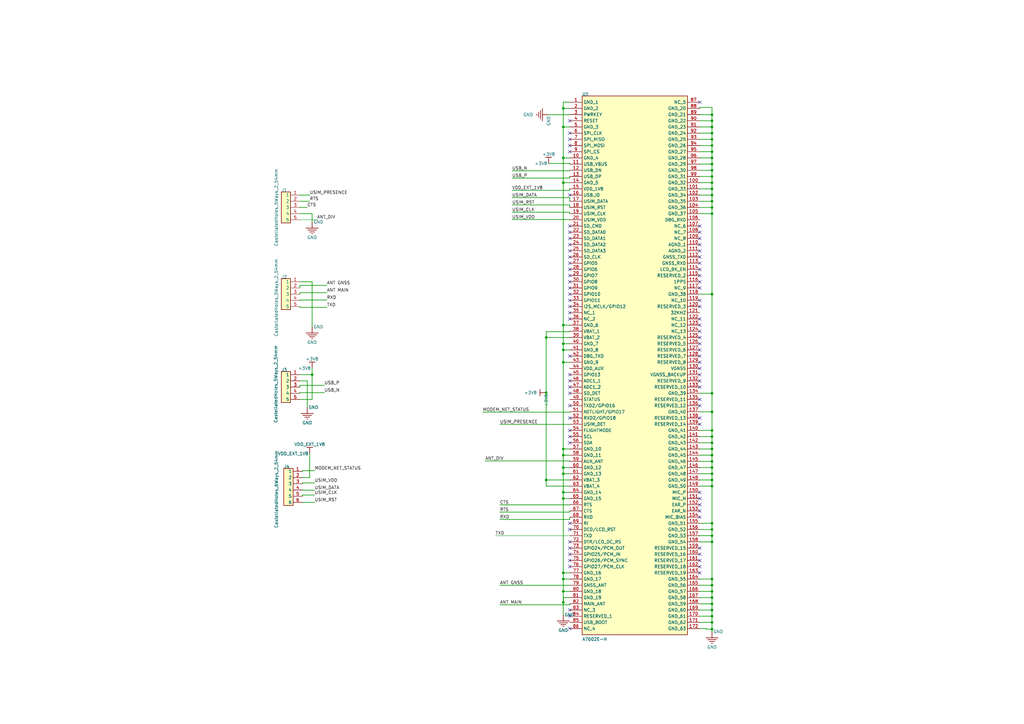
<source format=kicad_sch>
(kicad_sch (version 20231120) (generator "eeschema") (generator_version "8.0")
  (paper "A3")
  (lib_symbols
    (symbol "Movita Pro V2_1-altium-import:+3V8" (power)
      (property "Reference" "#PWR" (at 0 0 0))
      (property "Value" "+3V8" (at 0 3.81 0))
      (symbol "+3V8_0_0"
        (polyline (pts (xy -1.27 -2.54) (xy 1.27 -2.54)) (stroke (width 0.254)))
        (polyline (pts (xy 0 0) (xy 0 -2.54)) (stroke (width 0.254)))
        (pin power_in line (at 0 0 0) (length 0) (name "+3V8") (number ""))
      )
    )
    (symbol "Movita Pro V2_1-altium-import:GND" (power)
      (property "Reference" "#PWR" (at 0 0 0))
      (property "Value" "GND" (at 0 6.35 0))
      (symbol "GND_0_0"
        (polyline (pts (xy -2.54 -2.54) (xy 2.54 -2.54)) (stroke (width 0.254)))
        (polyline (pts (xy -1.778 -3.302) (xy 1.778 -3.302)) (stroke (width 0.254)))
        (polyline (pts (xy -1.016 -4.064) (xy 1.016 -4.064)) (stroke (width 0.254)))
        (polyline (pts (xy -0.254 -4.826) (xy 0.254 -4.826)) (stroke (width 0.254)))
        (polyline (pts (xy 0 0) (xy 0 -2.54)) (stroke (width 0.254)))
        (pin power_in line (at 0 0 0) (length 0) (name "GND") (number ""))
      )
    )
    (symbol "Movita Pro V2_1-altium-import:VDD_EXT_1V8" (power)
      (property "Reference" "#PWR" (at 0 0 0))
      (property "Value" "VDD_EXT_1V8" (at 0 3.81 0))
      (symbol "VDD_EXT_1V8_0_0"
        (polyline (pts (xy -1.27 -2.54) (xy 1.27 -2.54)) (stroke (width 0.254)))
        (polyline (pts (xy 0 0) (xy 0 -2.54)) (stroke (width 0.254)))
        (pin power_in line (at 0 0 0) (length 0) (name "VDD_EXT_1V8") (number ""))
      )
    )
    (symbol "Movita Pro V2_1-altium-import:root_0_A7602E-H"
      (symbol "root_0_A7602E-H_1_0"
        (rectangle (start 48.26 2.54) (end 5.08 -218.44) (stroke (width 0.254) (color 128 0 0 1)) (fill (type background)))
        (pin passive line (at 0 0 0) (length 5.08) (name "GND_1") (number "1"))
        (pin passive line (at 0 -22.86 0) (length 5.08) (name "GND_4") (number "10"))
        (pin passive line (at 53.34 -33.02 180) (length 5.08) (name "GND_32") (number "100"))
        (pin passive line (at 53.34 -35.56 180) (length 5.08) (name "GND_33") (number "101"))
        (pin passive line (at 53.34 -38.1 180) (length 5.08) (name "GND_34") (number "102"))
        (pin passive line (at 53.34 -40.64 180) (length 5.08) (name "GND_35") (number "103"))
        (pin passive line (at 53.34 -43.18 180) (length 5.08) (name "GND_36") (number "104"))
        (pin passive line (at 53.34 -45.72 180) (length 5.08) (name "GND_37") (number "105"))
        (pin passive line (at 53.34 -48.26 180) (length 5.08) (name "DBG_RXD") (number "106"))
        (pin passive line (at 53.34 -50.8 180) (length 5.08) (name "NC_6") (number "107"))
        (pin passive line (at 53.34 -53.34 180) (length 5.08) (name "NC_7") (number "108"))
        (pin passive line (at 53.34 -55.88 180) (length 5.08) (name "NC_8") (number "109"))
        (pin passive line (at 0 -25.4 0) (length 5.08) (name "USB_VBUS") (number "11"))
        (pin passive line (at 53.34 -58.42 180) (length 5.08) (name "AGND_1") (number "110"))
        (pin passive line (at 53.34 -60.96 180) (length 5.08) (name "AGND_2") (number "111"))
        (pin passive line (at 53.34 -63.5 180) (length 5.08) (name "GNSS_TXD") (number "112"))
        (pin passive line (at 53.34 -66.04 180) (length 5.08) (name "GNSS_RXD") (number "113"))
        (pin passive line (at 53.34 -68.58 180) (length 5.08) (name "LCD_BK_EN") (number "114"))
        (pin passive line (at 53.34 -71.12 180) (length 5.08) (name "RESERVED_2") (number "115"))
        (pin passive line (at 53.34 -73.66 180) (length 5.08) (name "1PPS") (number "116"))
        (pin passive line (at 53.34 -76.2 180) (length 5.08) (name "NC_9") (number "117"))
        (pin passive line (at 53.34 -78.74 180) (length 5.08) (name "GND_38") (number "118"))
        (pin passive line (at 53.34 -81.28 180) (length 5.08) (name "NC_10") (number "119"))
        (pin passive line (at 0 -27.94 0) (length 5.08) (name "USB_DN") (number "12"))
        (pin passive line (at 53.34 -83.82 180) (length 5.08) (name "RESERVED_3") (number "120"))
        (pin passive line (at 53.34 -86.36 180) (length 5.08) (name "32KHZ") (number "121"))
        (pin passive line (at 53.34 -88.9 180) (length 5.08) (name "NC_11") (number "122"))
        (pin passive line (at 53.34 -91.44 180) (length 5.08) (name "NC_12") (number "123"))
        (pin passive line (at 53.34 -93.98 180) (length 5.08) (name "NC_13") (number "124"))
        (pin passive line (at 53.34 -96.52 180) (length 5.08) (name "RESERVED_4") (number "125"))
        (pin passive line (at 53.34 -99.06 180) (length 5.08) (name "RESERVED_5") (number "126"))
        (pin passive line (at 53.34 -101.6 180) (length 5.08) (name "RESERVED_6") (number "127"))
        (pin passive line (at 53.34 -104.14 180) (length 5.08) (name "RESERVED_7") (number "128"))
        (pin passive line (at 53.34 -106.68 180) (length 5.08) (name "RESERVED_8") (number "129"))
        (pin passive line (at 0 -30.48 0) (length 5.08) (name "USB_DP") (number "13"))
        (pin passive line (at 53.34 -109.22 180) (length 5.08) (name "VGNSS") (number "130"))
        (pin passive line (at 53.34 -111.76 180) (length 5.08) (name "VGNSS_BACKUP") (number "131"))
        (pin passive line (at 53.34 -114.3 180) (length 5.08) (name "RESERVED_9") (number "132"))
        (pin passive line (at 53.34 -116.84 180) (length 5.08) (name "RESERVED_10") (number "133"))
        (pin passive line (at 53.34 -119.38 180) (length 5.08) (name "GND_39") (number "134"))
        (pin passive line (at 53.34 -121.92 180) (length 5.08) (name "RESERVED_11") (number "135"))
        (pin passive line (at 53.34 -124.46 180) (length 5.08) (name "RESERVED_12") (number "136"))
        (pin passive line (at 53.34 -127 180) (length 5.08) (name "GND_40") (number "137"))
        (pin passive line (at 53.34 -129.54 180) (length 5.08) (name "RESERVED_13") (number "138"))
        (pin passive line (at 53.34 -132.08 180) (length 5.08) (name "RESERVED_14") (number "139"))
        (pin passive line (at 0 -33.02 0) (length 5.08) (name "GND_5") (number "14"))
        (pin passive line (at 53.34 -134.62 180) (length 5.08) (name "GND_41") (number "140"))
        (pin passive line (at 53.34 -137.16 180) (length 5.08) (name "GND_42") (number "141"))
        (pin passive line (at 53.34 -139.7 180) (length 5.08) (name "GND_43") (number "142"))
        (pin passive line (at 53.34 -142.24 180) (length 5.08) (name "GND_44") (number "143"))
        (pin passive line (at 53.34 -144.78 180) (length 5.08) (name "GND_45") (number "144"))
        (pin passive line (at 53.34 -147.32 180) (length 5.08) (name "GND_46") (number "145"))
        (pin passive line (at 53.34 -149.86 180) (length 5.08) (name "GND_47") (number "146"))
        (pin passive line (at 53.34 -152.4 180) (length 5.08) (name "GND_48") (number "147"))
        (pin passive line (at 53.34 -154.94 180) (length 5.08) (name "GND_49") (number "148"))
        (pin passive line (at 53.34 -157.48 180) (length 5.08) (name "GND_50") (number "149"))
        (pin passive line (at 0 -35.56 0) (length 5.08) (name "VDD_1V8") (number "15"))
        (pin passive line (at 53.34 -160.02 180) (length 5.08) (name "MIC_P") (number "150"))
        (pin passive line (at 53.34 -162.56 180) (length 5.08) (name "MIC_N") (number "151"))
        (pin passive line (at 53.34 -165.1 180) (length 5.08) (name "EAR_P") (number "152"))
        (pin passive line (at 53.34 -167.64 180) (length 5.08) (name "EAR_N") (number "153"))
        (pin passive line (at 53.34 -170.18 180) (length 5.08) (name "MIC_BIAS") (number "154"))
        (pin passive line (at 53.34 -172.72 180) (length 5.08) (name "GND_51") (number "155"))
        (pin passive line (at 53.34 -175.26 180) (length 5.08) (name "GND_52") (number "156"))
        (pin passive line (at 53.34 -177.8 180) (length 5.08) (name "GND_53") (number "157"))
        (pin passive line (at 53.34 -180.34 180) (length 5.08) (name "GND_54") (number "158"))
        (pin passive line (at 53.34 -182.88 180) (length 5.08) (name "RESERVED_15") (number "159"))
        (pin passive line (at 0 -38.1 0) (length 5.08) (name "USB_ID") (number "16"))
        (pin passive line (at 53.34 -185.42 180) (length 5.08) (name "RESERVED_16") (number "160"))
        (pin passive line (at 53.34 -187.96 180) (length 5.08) (name "RESERVED_17") (number "161"))
        (pin passive line (at 53.34 -190.5 180) (length 5.08) (name "RESERVED_18") (number "162"))
        (pin passive line (at 53.34 -193.04 180) (length 5.08) (name "RESERVED_19") (number "163"))
        (pin passive line (at 53.34 -195.58 180) (length 5.08) (name "GND_55") (number "164"))
        (pin passive line (at 53.34 -198.12 180) (length 5.08) (name "GND_56") (number "165"))
        (pin passive line (at 53.34 -200.66 180) (length 5.08) (name "GND_57") (number "166"))
        (pin passive line (at 53.34 -203.2 180) (length 5.08) (name "GND_58") (number "167"))
        (pin passive line (at 53.34 -205.74 180) (length 5.08) (name "GND_59") (number "168"))
        (pin passive line (at 53.34 -208.28 180) (length 5.08) (name "GND_60") (number "169"))
        (pin passive line (at 0 -40.64 0) (length 5.08) (name "USIM_DATA") (number "17"))
        (pin passive line (at 53.34 -210.82 180) (length 5.08) (name "GND_61") (number "170"))
        (pin passive line (at 53.34 -213.36 180) (length 5.08) (name "GND_62") (number "171"))
        (pin passive line (at 53.34 -215.9 180) (length 5.08) (name "GND_63") (number "172"))
        (pin passive line (at 0 -43.18 0) (length 5.08) (name "USIM_RST") (number "18"))
        (pin passive line (at 0 -45.72 0) (length 5.08) (name "USIM_CLK") (number "19"))
        (pin passive line (at 0 -2.54 0) (length 5.08) (name "GND_2") (number "2"))
        (pin passive line (at 0 -48.26 0) (length 5.08) (name "USIM_VDD") (number "20"))
        (pin passive line (at 0 -50.8 0) (length 5.08) (name "SD_CMD") (number "21"))
        (pin passive line (at 0 -53.34 0) (length 5.08) (name "SD_DATA0") (number "22"))
        (pin passive line (at 0 -55.88 0) (length 5.08) (name "SD_DATA1") (number "23"))
        (pin passive line (at 0 -58.42 0) (length 5.08) (name "SD_DATA2") (number "24"))
        (pin passive line (at 0 -60.96 0) (length 5.08) (name "SD_DATA3") (number "25"))
        (pin passive line (at 0 -63.5 0) (length 5.08) (name "SD_CLK") (number "26"))
        (pin passive line (at 0 -66.04 0) (length 5.08) (name "GPIO5") (number "27"))
        (pin passive line (at 0 -68.58 0) (length 5.08) (name "GPIO6") (number "28"))
        (pin passive line (at 0 -71.12 0) (length 5.08) (name "GPIO7") (number "29"))
        (pin passive line (at 0 -5.08 0) (length 5.08) (name "PWRKEY") (number "3"))
        (pin passive line (at 0 -73.66 0) (length 5.08) (name "GPIO8") (number "30"))
        (pin passive line (at 0 -76.2 0) (length 5.08) (name "GPIO9") (number "31"))
        (pin passive line (at 0 -78.74 0) (length 5.08) (name "GPIO10") (number "32"))
        (pin passive line (at 0 -81.28 0) (length 5.08) (name "GPIO11") (number "33"))
        (pin passive line (at 0 -83.82 0) (length 5.08) (name "I2S_MCLK/GPIO12") (number "34"))
        (pin passive line (at 0 -86.36 0) (length 5.08) (name "NC_1") (number "35"))
        (pin passive line (at 0 -88.9 0) (length 5.08) (name "NC_2") (number "36"))
        (pin passive line (at 0 -91.44 0) (length 5.08) (name "GND_6") (number "37"))
        (pin passive line (at 0 -93.98 0) (length 5.08) (name "VBAT_1") (number "38"))
        (pin passive line (at 0 -96.52 0) (length 5.08) (name "VBAT_2") (number "39"))
        (pin passive line (at 0 -7.62 0) (length 5.08) (name "RESET") (number "4"))
        (pin passive line (at 0 -99.06 0) (length 5.08) (name "GND_7") (number "40"))
        (pin passive line (at 0 -101.6 0) (length 5.08) (name "GND_8") (number "41"))
        (pin passive line (at 0 -104.14 0) (length 5.08) (name "DBG_TXD") (number "42"))
        (pin passive line (at 0 -106.68 0) (length 5.08) (name "GND_9") (number "43"))
        (pin passive line (at 0 -109.22 0) (length 5.08) (name "VDD_AUX") (number "44"))
        (pin passive line (at 0 -111.76 0) (length 5.08) (name "GPIO13") (number "45"))
        (pin passive line (at 0 -114.3 0) (length 5.08) (name "ADC1_1") (number "46"))
        (pin passive line (at 0 -116.84 0) (length 5.08) (name "ADC1_2") (number "47"))
        (pin passive line (at 0 -119.38 0) (length 5.08) (name "SD_DET") (number "48"))
        (pin passive line (at 0 -121.92 0) (length 5.08) (name "STATUS") (number "49"))
        (pin passive line (at 0 -10.16 0) (length 5.08) (name "GND_3") (number "5"))
        (pin passive line (at 0 -124.46 0) (length 5.08) (name "TXD2/GPIO16") (number "50"))
        (pin passive line (at 0 -127 0) (length 5.08) (name "NETLIGHT/GPIO17") (number "51"))
        (pin passive line (at 0 -129.54 0) (length 5.08) (name "RXD2/GPIO18") (number "52"))
        (pin passive line (at 0 -132.08 0) (length 5.08) (name "USIM_DET") (number "53"))
        (pin passive line (at 0 -134.62 0) (length 5.08) (name "FLIGHTMODE") (number "54"))
        (pin passive line (at 0 -137.16 0) (length 5.08) (name "SCL") (number "55"))
        (pin passive line (at 0 -139.7 0) (length 5.08) (name "SDA") (number "56"))
        (pin passive line (at 0 -142.24 0) (length 5.08) (name "GND_10") (number "57"))
        (pin passive line (at 0 -144.78 0) (length 5.08) (name "GND_11") (number "58"))
        (pin passive line (at 0 -147.32 0) (length 5.08) (name "AUX_ANT") (number "59"))
        (pin passive line (at 0 -12.7 0) (length 5.08) (name "SPI_CLK") (number "6"))
        (pin passive line (at 0 -149.86 0) (length 5.08) (name "GND_12") (number "60"))
        (pin passive line (at 0 -152.4 0) (length 5.08) (name "GND_13") (number "61"))
        (pin passive line (at 0 -154.94 0) (length 5.08) (name "VBAT_3") (number "62"))
        (pin passive line (at 0 -157.48 0) (length 5.08) (name "VBAT_4") (number "63"))
        (pin passive line (at 0 -160.02 0) (length 5.08) (name "GND_14") (number "64"))
        (pin passive line (at 0 -162.56 0) (length 5.08) (name "GND_15") (number "65"))
        (pin passive line (at 0 -165.1 0) (length 5.08) (name "RTS") (number "66"))
        (pin passive line (at 0 -167.64 0) (length 5.08) (name "CTS") (number "67"))
        (pin passive line (at 0 -170.18 0) (length 5.08) (name "RXD") (number "68"))
        (pin passive line (at 0 -172.72 0) (length 5.08) (name "RI") (number "69"))
        (pin passive line (at 0 -15.24 0) (length 5.08) (name "SPI_MISO") (number "7"))
        (pin passive line (at 0 -175.26 0) (length 5.08) (name "DCD/LCD_RST") (number "70"))
        (pin passive line (at 0 -177.8 0) (length 5.08) (name "TXD") (number "71"))
        (pin passive line (at 0 -180.34 0) (length 5.08) (name "DTR/LCD_DC_RS") (number "72"))
        (pin passive line (at 0 -182.88 0) (length 5.08) (name "GPIO24/PCM_OUT") (number "73"))
        (pin passive line (at 0 -185.42 0) (length 5.08) (name "GPIO25/PCM_IN") (number "74"))
        (pin passive line (at 0 -187.96 0) (length 5.08) (name "GPIO26/PCM_SYNC") (number "75"))
        (pin passive line (at 0 -190.5 0) (length 5.08) (name "GPIO27/PCM_CLK") (number "76"))
        (pin passive line (at 0 -193.04 0) (length 5.08) (name "GND_16") (number "77"))
        (pin passive line (at 0 -195.58 0) (length 5.08) (name "GND_17") (number "78"))
        (pin passive line (at 0 -198.12 0) (length 5.08) (name "GNSS_ANT") (number "79"))
        (pin passive line (at 0 -17.78 0) (length 5.08) (name "SPI_MOSI") (number "8"))
        (pin passive line (at 0 -200.66 0) (length 5.08) (name "GND_18") (number "80"))
        (pin passive line (at 0 -203.2 0) (length 5.08) (name "GND_19") (number "81"))
        (pin passive line (at 0 -205.74 0) (length 5.08) (name "MAIN_ANT") (number "82"))
        (pin passive line (at 0 -208.28 0) (length 5.08) (name "NC_3") (number "83"))
        (pin passive line (at 0 -210.82 0) (length 5.08) (name "RESERVED_1") (number "84"))
        (pin passive line (at 0 -213.36 0) (length 5.08) (name "USB_BOOT") (number "85"))
        (pin passive line (at 0 -215.9 0) (length 5.08) (name "NC_4") (number "86"))
        (pin passive line (at 53.34 0 180) (length 5.08) (name "NC_5") (number "87"))
        (pin passive line (at 53.34 -2.54 180) (length 5.08) (name "GND_20") (number "88"))
        (pin passive line (at 53.34 -5.08 180) (length 5.08) (name "GND_21") (number "89"))
        (pin passive line (at 0 -20.32 0) (length 5.08) (name "SPI_CS") (number "9"))
        (pin passive line (at 53.34 -7.62 180) (length 5.08) (name "GND_22") (number "90"))
        (pin passive line (at 53.34 -10.16 180) (length 5.08) (name "GND_23") (number "91"))
        (pin passive line (at 53.34 -12.7 180) (length 5.08) (name "GND_24") (number "92"))
        (pin passive line (at 53.34 -15.24 180) (length 5.08) (name "GND_25") (number "93"))
        (pin passive line (at 53.34 -17.78 180) (length 5.08) (name "GND_26") (number "94"))
        (pin passive line (at 53.34 -20.32 180) (length 5.08) (name "GND_27") (number "95"))
        (pin passive line (at 53.34 -22.86 180) (length 5.08) (name "GND_28") (number "96"))
        (pin passive line (at 53.34 -25.4 180) (length 5.08) (name "GND_29") (number "97"))
        (pin passive line (at 53.34 -27.94 180) (length 5.08) (name "GND_30") (number "98"))
        (pin passive line (at 53.34 -30.48 180) (length 5.08) (name "GND_31") (number "99"))
      )
    )
    (symbol "Movita Pro V2_1-altium-import:root_0_CastellatedHoles_5Ways_2_54mm"
      (symbol "root_0_CastellatedHoles_5Ways_2_54mm_1_0"
        (rectangle (start 7.62 20.32) (end 3.81 7.62) (stroke (width 0.254) (color 128 0 0 1)) (fill (type background)))
        (pin passive line (at 11.43 19.05 180) (length 3.81) (name "1") (number "1"))
        (pin passive line (at 11.43 16.51 180) (length 3.81) (name "2") (number "2"))
        (pin passive line (at 11.43 13.97 180) (length 3.81) (name "3") (number "3"))
        (pin passive line (at 11.43 11.43 180) (length 3.81) (name "4") (number "4"))
        (pin passive line (at 11.43 8.89 180) (length 3.81) (name "5") (number "5"))
      )
    )
    (symbol "Movita Pro V2_1-altium-import:root_0_CastellatedHoles_6Ways_2_54mm"
      (symbol "root_0_CastellatedHoles_6Ways_2_54mm_1_0"
        (rectangle (start 7.62 20.32) (end 3.81 5.08) (stroke (width 0.254) (color 128 0 0 1)) (fill (type background)))
        (pin passive line (at 11.43 19.05 180) (length 3.81) (name "1") (number "1"))
        (pin passive line (at 11.43 16.51 180) (length 3.81) (name "2") (number "2"))
        (pin passive line (at 11.43 13.97 180) (length 3.81) (name "3") (number "3"))
        (pin passive line (at 11.43 11.43 180) (length 3.81) (name "4") (number "4"))
        (pin passive line (at 11.43 8.89 180) (length 3.81) (name "5") (number "5"))
        (pin passive line (at 11.43 6.35 180) (length 3.81) (name "6") (number "6"))
      )
    )
  )
  (junction (at 292.02 199.39))
  (junction (at 231.02 133.35))
  (junction (at 292.02 222.25))
  (junction (at 231.02 140.97))
  (junction (at 292.02 85.09))
  (junction (at 292.02 179.07))
  (junction (at 292.02 49.53))
  (junction (at 231.02 74.93))
  (junction (at 292.02 77.47))
  (junction (at 292.02 59.69))
  (junction (at 292.02 214.63))
  (junction (at 231.02 148.59))
  (junction (at 292.02 255.25))
  (junction (at 292.02 181.61))
  (junction (at 292.02 72.39))
  (junction (at 224.02 161.05))
  (junction (at 292.02 245.11))
  (junction (at 292.02 69.85))
  (junction (at 231.02 234.95))
  (junction (at 292.02 237.49))
  (junction (at 231.02 247.07))
  (junction (at 292.02 80.01))
  (junction (at 231.02 194.31))
  (junction (at 292.02 242.57))
  (junction (at 231.02 204.47))
  (junction (at 231.02 186.69))
  (junction (at 292.02 186.69))
  (junction (at 231.02 143.51))
  (junction (at 292.02 87.63))
  (junction (at 231.02 184.15))
  (junction (at 292.02 52.07))
  (junction (at 292.02 168.91))
  (junction (at 292.02 120.65))
  (junction (at 292.02 62.23))
  (junction (at 292.02 74.93))
  (junction (at 292.02 176.53))
  (junction (at 292.02 82.55))
  (junction (at 292.02 161.29))
  (junction (at 292.02 219.71))
  (junction (at 231.02 237.49))
  (junction (at 292.02 247.65))
  (junction (at 231.02 191.77))
  (junction (at 292.02 258.05))
  (junction (at 292.02 54.61))
  (junction (at 292.02 196.85))
  (junction (at 292.02 217.17))
  (junction (at 231.02 201.93))
  (junction (at 231.02 242.57))
  (junction (at 231.02 44.45))
  (junction (at 292.02 194.31))
  (junction (at 128.02 153.67))
  (junction (at 292.02 252.73))
  (junction (at 231.02 52.07))
  (junction (at 231.02 64.77))
  (junction (at 292.02 47.05))
  (junction (at 224.02 196.85))
  (junction (at 292.02 250.19))
  (junction (at 292.02 189.23))
  (junction (at 224.02 138.43))
  (junction (at 292.02 67.31))
  (junction (at 292.02 184.15))
  (junction (at 292.02 57.15))
  (junction (at 292.02 240.03))
  (junction (at 292.02 191.77))
  (junction (at 292.02 64.77))
  (no_connect (at 233.68 217.17))
  (no_connect (at 287.02 166.37))
  (no_connect (at 287.02 143.51))
  (no_connect (at 287.02 41.91))
  (no_connect (at 287.02 158.75))
  (no_connect (at 287.02 95.25))
  (no_connect (at 233.68 120.65))
  (no_connect (at 287.02 173.99))
  (no_connect (at 287.02 204.47))
  (no_connect (at 287.02 224.79))
  (no_connect (at 233.68 57.15))
  (no_connect (at 233.68 49.53))
  (no_connect (at 287.02 133.35))
  (no_connect (at 233.68 128.27))
  (no_connect (at 287.02 130.81))
  (no_connect (at 233.68 166.37))
  (no_connect (at 233.68 105.41))
  (no_connect (at 233.68 102.87))
  (no_connect (at 233.68 110.49))
  (no_connect (at 233.68 100.33))
  (no_connect (at 287.02 232.41))
  (no_connect (at 287.02 92.71))
  (no_connect (at 233.68 229.87))
  (no_connect (at 233.68 97.79))
  (no_connect (at 287.02 138.43))
  (no_connect (at 233.68 161.29))
  (no_connect (at 287.02 118.11))
  (no_connect (at 287.02 151.13))
  (no_connect (at 233.68 227.33))
  (no_connect (at 287.02 148.59))
  (no_connect (at 233.68 250.19))
  (no_connect (at 287.02 234.95))
  (no_connect (at 287.02 123.19))
  (no_connect (at 287.02 229.87))
  (no_connect (at 287.02 102.87))
  (no_connect (at 233.68 113.03))
  (no_connect (at 287.02 125.73))
  (no_connect (at 287.02 115.57))
  (no_connect (at 233.68 115.57))
  (no_connect (at 287.02 107.95))
  (no_connect (at 287.02 227.33))
  (no_connect (at 233.68 222.25))
  (no_connect (at 233.68 118.11))
  (no_connect (at 233.68 130.81))
  (no_connect (at 233.68 125.73))
  (no_connect (at 233.68 224.79))
  (no_connect (at 233.68 214.63))
  (no_connect (at 287.02 207.01))
  (no_connect (at 233.68 179.07))
  (no_connect (at 287.02 163.83))
  (no_connect (at 233.68 80.01))
  (no_connect (at 233.68 181.61))
  (no_connect (at 287.02 97.79))
  (no_connect (at 287.02 110.49))
  (no_connect (at 287.02 156.21))
  (no_connect (at 233.68 156.21))
  (no_connect (at 287.02 146.05))
  (no_connect (at 233.68 123.19))
  (no_connect (at 233.68 153.67))
  (no_connect (at 233.68 95.25))
  (no_connect (at 287.02 201.93))
  (no_connect (at 287.02 113.03))
  (no_connect (at 233.68 232.41))
  (no_connect (at 233.68 54.61))
  (no_connect (at 233.68 257.81))
  (no_connect (at 287.02 153.67))
  (no_connect (at 287.02 212.09))
  (no_connect (at 287.02 100.33))
  (no_connect (at 287.02 135.89))
  (no_connect (at 233.68 171.45))
  (no_connect (at 233.68 92.71))
  (no_connect (at 287.02 140.97))
  (no_connect (at 233.68 62.23))
  (no_connect (at 287.02 105.41))
  (no_connect (at 233.68 252.73))
  (no_connect (at 233.68 107.95))
  (no_connect (at 233.68 176.53))
  (no_connect (at 287.02 171.45))
  (no_connect (at 287.02 209.55))
  (no_connect (at 233.68 158.75))
  (no_connect (at 233.68 59.69))
  (no_connect (at 233.68 146.05))
  (wire (pts (xy 233.68 136.05) (xy 224.02 136.05)) (stroke (width 0.254)))
  (wire (pts (xy 231.02 74.93) (xy 233.68 74.93)) (stroke (width 0.254)))
  (wire (pts (xy 287.02 214.63) (xy 292.02 214.63)) (stroke (width 0.254)))
  (wire (pts (xy 292.02 255.25) (xy 292.02 258.05)) (stroke (width 0.254)))
  (wire (pts (xy 124.02 206.05) (xy 129.02 206.05)) (stroke (width 0.254)))
  (wire (pts (xy 287.02 57.15) (xy 292.02 57.15)) (stroke (width 0.254)))
  (wire (pts (xy 122.98 90.17) (xy 130.02 90.17)))
  (wire (pts (xy 231.02 237.49) (xy 231.02 234.95)) (stroke (width 0.254)))
  (wire (pts (xy 292.02 214.63) (xy 292.02 217.17)) (stroke (width 0.254)))
  (wire (pts (xy 198.02 169.05) (xy 233.68 169.05)) (stroke (width 0.254)))
  (wire (pts (xy 231.02 234.95) (xy 231.02 204.47)) (stroke (width 0.254)))
  (wire (pts (xy 287.02 179.07) (xy 292.02 179.07)) (stroke (width 0.254)))
  (wire (pts (xy 210.02 78.05) (xy 233.68 78.05)) (stroke (width 0.254)))
  (wire (pts (xy 287.02 49.53) (xy 292.02 49.53)) (stroke (width 0.254)))
  (wire (pts (xy 224.02 136.05) (xy 224.02 138.43)) (stroke (width 0.254)))
  (wire (pts (xy 233.68 90.05) (xy 233.68 90.17)) (stroke (width 0.254)))
  (wire (pts (xy 205.02 174.05) (xy 233.68 174.05)) (stroke (width 0.254)))
  (wire (pts (xy 205.02 248.05) (xy 233.68 248.05)) (stroke (width 0.254)))
  (wire (pts (xy 287.02 194.31) (xy 292.02 194.31)) (stroke (width 0.254)))
  (wire (pts (xy 287.02 184.15) (xy 292.02 184.15)) (stroke (width 0.254)))
  (wire (pts (xy 233.68 87.05) (xy 233.68 87.63)) (stroke (width 0.254)))
  (wire (pts (xy 231.02 52.07) (xy 231.02 44.45)) (stroke (width 0.254)))
  (wire (pts (xy 287.02 85.09) (xy 292.02 85.09)) (stroke (width 0.254)))
  (wire (pts (xy 124.02 203.51) (xy 124.02 203.05)) (stroke (width 0.254)))
  (wire (pts (xy 122.98 82.55) (xy 127 82.55)) (stroke (width 0.254)))
  (wire (pts (xy 292.02 85.09) (xy 292.02 87.63)) (stroke (width 0.254)))
  (wire (pts (xy 292.02 69.85) (xy 292.02 72.39)) (stroke (width 0.254)))
  (wire (pts (xy 128.02 87.63) (xy 128.02 91.05)) (stroke (width 0.254)))
  (wire (pts (xy 233.68 184.15) (xy 231.02 184.15)) (stroke (width 0.254)))
  (wire (pts (xy 224.02 199.39) (xy 233.68 199.39)) (stroke (width 0.254)))
  (wire (pts (xy 233.68 210.05) (xy 233.68 209.55)) (stroke (width 0.254)))
  (wire (pts (xy 289.56 255.27) (xy 289.56 255.25)) (stroke (width 0.254)))
  (wire (pts (xy 292.02 237.49) (xy 292.02 240.03)) (stroke (width 0.254)))
  (wire (pts (xy 287.02 77.47) (xy 292.02 77.47)) (stroke (width 0.254)))
  (wire (pts (xy 233.68 245.11) (xy 231.14 245.11)) (stroke (width 0.254)))
  (wire (pts (xy 231.02 143.51) (xy 231.02 140.97)) (stroke (width 0.254)))
  (wire (pts (xy 233.68 189.05) (xy 233.68 189.23)) (stroke (width 0.254)))
  (wire (pts (xy 231.02 247.07) (xy 231.02 242.57)) (stroke (width 0.254)))
  (wire (pts (xy 287.02 46.99) (xy 287.02 47.05)) (stroke (width 0.254)))
  (wire (pts (xy 122.98 117.05) (xy 122.98 118.11)) (stroke (width 0.254)))
  (wire (pts (xy 233.68 204.47) (xy 231.02 204.47)) (stroke (width 0.254)))
  (wire (pts (xy 292.02 80.01) (xy 292.02 82.55)) (stroke (width 0.254)))
  (wire (pts (xy 122.98 85.05) (xy 122.98 85.09)) (stroke (width 0.254)))
  (wire (pts (xy 203.2 219.71) (xy 233.68 219.71)))
  (wire (pts (xy 287.02 168.91) (xy 292.02 168.91)) (stroke (width 0.254)))
  (wire (pts (xy 127.02 80.01) (xy 122.98 80.01)) (stroke (width 0.254)))
  (wire (pts (xy 231.02 143.51) (xy 233.68 143.51)) (stroke (width 0.254)))
  (wire (pts (xy 134.02 126.05) (xy 122.98 126.05)) (stroke (width 0.254)))
  (wire (pts (xy 231.02 140.97) (xy 231.02 133.35)) (stroke (width 0.254)))
  (wire (pts (xy 292.02 62.23) (xy 292.02 64.77)) (stroke (width 0.254)))
  (wire (pts (xy 287.02 222.25) (xy 292.02 222.25)) (stroke (width 0.254)))
  (wire (pts (xy 133.02 158.05) (xy 122.98 158.05)) (stroke (width 0.254)))
  (wire (pts (xy 130.02 90.17) (xy 130.02 90.05)))
  (wire (pts (xy 124.02 201.05) (xy 124.02 200.97)) (stroke (width 0.254)))
  (wire (pts (xy 292.02 168.91) (xy 292.02 176.53)) (stroke (width 0.254)))
  (wire (pts (xy 122.98 126.05) (xy 122.98 125.73)) (stroke (width 0.254)))
  (wire (pts (xy 231.02 64.77) (xy 233.68 64.77)) (stroke (width 0.254)))
  (wire (pts (xy 292.02 245.11) (xy 292.02 247.65)) (stroke (width 0.254)))
  (wire (pts (xy 233.68 194.31) (xy 231.02 194.31)) (stroke (width 0.254)))
  (wire (pts (xy 292.02 219.71) (xy 292.02 222.25)) (stroke (width 0.254)))
  (wire (pts (xy 122.98 87.63) (xy 128.02 87.63)) (stroke (width 0.254)))
  (wire (pts (xy 287.02 80.01) (xy 292.02 80.01)) (stroke (width 0.254)))
  (wire (pts (xy 287.02 176.53) (xy 292.02 176.53)) (stroke (width 0.254)))
  (wire (pts (xy 292.02 59.69) (xy 292.02 62.23)) (stroke (width 0.254)))
  (wire (pts (xy 292.02 240.03) (xy 292.02 242.57)) (stroke (width 0.254)))
  (wire (pts (xy 225.02 67.05) (xy 233.68 67.05)) (stroke (width 0.254)))
  (wire (pts (xy 233.68 174.05) (xy 233.68 173.99)) (stroke (width 0.254)))
  (wire (pts (xy 289.56 258.05) (xy 292.02 258.05)) (stroke (width 0.254)))
  (wire (pts (xy 233.68 191.77) (xy 231.02 191.77)) (stroke (width 0.254)))
  (wire (pts (xy 287.02 257.81) (xy 289.56 257.81)) (stroke (width 0.254)))
  (wire (pts (xy 233.68 47.05) (xy 233.68 46.99)) (stroke (width 0.254)))
  (wire (pts (xy 233.68 186.69) (xy 231.02 186.69)) (stroke (width 0.254)))
  (wire (pts (xy 292.02 258.05) (xy 292.02 259.05)) (stroke (width 0.254)))
  (wire (pts (xy 292.02 181.61) (xy 292.02 184.15)) (stroke (width 0.254)))
  (wire (pts (xy 233.68 81.05) (xy 233.68 82.55)) (stroke (width 0.254)))
  (wire (pts (xy 210.02 84.05) (xy 233.68 84.05)) (stroke (width 0.254)))
  (wire (pts (xy 292.02 74.93) (xy 292.02 77.47)) (stroke (width 0.254)))
  (wire (pts (xy 124.02 193.05) (xy 124.02 193.35)) (stroke (width 0.254)))
  (wire (pts (xy 231.02 184.15) (xy 231.02 148.59)) (stroke (width 0.254)))
  (wire (pts (xy 233.68 196.85) (xy 224.02 196.85)) (stroke (width 0.254)))
  (wire (pts (xy 233.68 135.89) (xy 233.68 136.05)) (stroke (width 0.254)))
  (wire (pts (xy 292.02 250.19) (xy 292.02 252.73)) (stroke (width 0.254)))
  (wire (pts (xy 292.02 120.65) (xy 292.02 161.29)) (stroke (width 0.254)))
  (wire (pts (xy 233.68 207.05) (xy 233.68 207.01)) (stroke (width 0.254)))
  (wire (pts (xy 287.02 240.03) (xy 292.02 240.03)) (stroke (width 0.254)))
  (wire (pts (xy 231.02 186.69) (xy 231.02 184.15)) (stroke (width 0.254)))
  (wire (pts (xy 210.02 90.05) (xy 233.68 90.05)) (stroke (width 0.254)))
  (wire (pts (xy 126.02 156.21) (xy 126.02 167.05)) (stroke (width 0.254)))
  (wire (pts (xy 292.02 82.55) (xy 292.02 85.09)) (stroke (width 0.254)))
  (wire (pts (xy 287.02 62.23) (xy 292.02 62.23)) (stroke (width 0.254)))
  (wire (pts (xy 205.02 210.05) (xy 233.68 210.05)) (stroke (width 0.254)))
  (wire (pts (xy 129.02 193.05) (xy 124.02 193.05)) (stroke (width 0.254)))
  (wire (pts (xy 231.02 74.93) (xy 231.02 64.77)) (stroke (width 0.254)))
  (wire (pts (xy 287.02 67.31) (xy 292.02 67.31)) (stroke (width 0.254)))
  (wire (pts (xy 231.14 41.89) (xy 231.14 41.91)) (stroke (width 0.254)))
  (wire (pts (xy 231.02 194.31) (xy 231.02 191.77)) (stroke (width 0.254)))
  (wire (pts (xy 287.02 54.61) (xy 292.02 54.61)) (stroke (width 0.254)))
  (wire (pts (xy 122.98 153.67) (xy 128.02 153.67)) (stroke (width 0.254)))
  (wire (pts (xy 231.02 44.45) (xy 231.02 41.89)) (stroke (width 0.254)))
  (wire (pts (xy 292.02 217.17) (xy 292.02 219.71)) (stroke (width 0.254)))
  (wire (pts (xy 231.02 252.15) (xy 231.02 247.07)) (stroke (width 0.254)))
  (wire (pts (xy 292.02 72.39) (xy 292.02 74.93)) (stroke (width 0.254)))
  (wire (pts (xy 210.02 70.05) (xy 233.68 70.05)) (stroke (width 0.254)))
  (wire (pts (xy 292.02 47.05) (xy 292.02 49.53)) (stroke (width 0.254)))
  (wire (pts (xy 129.02 201.05) (xy 124.02 201.05)) (stroke (width 0.254)))
  (wire (pts (xy 233.68 133.35) (xy 231.02 133.35)) (stroke (width 0.254)))
  (wire (pts (xy 292.02 191.77) (xy 292.02 194.31)) (stroke (width 0.254)))
  (wire (pts (xy 292.02 176.53) (xy 292.02 179.07)) (stroke (width 0.254)))
  (wire (pts (xy 122.98 163.83) (xy 128.02 163.83)) (stroke (width 0.254)))
  (wire (pts (xy 224.02 161.05) (xy 224.02 196.85)) (stroke (width 0.254)))
  (wire (pts (xy 224.02 196.85) (xy 224.02 199.39)) (stroke (width 0.254)))
  (wire (pts (xy 292.02 87.63) (xy 287.02 87.63)) (stroke (width 0.254)))
  (wire (pts (xy 233.68 248.05) (xy 233.68 247.65)) (stroke (width 0.254)))
  (wire (pts (xy 287.02 189.23) (xy 292.02 189.23)) (stroke (width 0.254)))
  (wire (pts (xy 287.02 59.69) (xy 292.02 59.69)) (stroke (width 0.254)))
  (wire (pts (xy 292.02 184.15) (xy 292.02 186.69)) (stroke (width 0.254)))
  (wire (pts (xy 122.98 158.05) (xy 122.98 158.75)) (stroke (width 0.254)))
  (wire (pts (xy 231.14 41.91) (xy 233.68 41.91)) (stroke (width 0.254)))
  (wire (pts (xy 287.02 247.65) (xy 292.02 247.65)) (stroke (width 0.254)))
  (wire (pts (xy 127.02 195.89) (xy 124.02 195.89)) (stroke (width 0.254)))
  (wire (pts (xy 210.02 81.05) (xy 233.68 81.05)) (stroke (width 0.254)))
  (wire (pts (xy 292.02 199.39) (xy 292.02 214.63)) (stroke (width 0.254)))
  (wire (pts (xy 233.68 78.05) (xy 233.68 77.47)) (stroke (width 0.254)))
  (wire (pts (xy 127.02 186.05) (xy 127.02 195.89)) (stroke (width 0.254)))
  (wire (pts (xy 287.02 44.45) (xy 287.02 44.05)) (stroke (width 0.254)))
  (wire (pts (xy 128.02 153.67) (xy 128.02 151.05)) (stroke (width 0.254)))
  (wire (pts (xy 292.02 44.05) (xy 292.02 47.05)) (stroke (width 0.254)))
  (wire (pts (xy 292.02 179.07) (xy 292.02 181.61)) (stroke (width 0.254)))
  (wire (pts (xy 292.02 161.29) (xy 292.02 168.91)) (stroke (width 0.254)))
  (wire (pts (xy 231.02 201.93) (xy 231.02 194.31)) (stroke (width 0.254)))
  (wire (pts (xy 292.02 252.73) (xy 292.02 255.25)) (stroke (width 0.254)))
  (wire (pts (xy 287.02 250.19) (xy 292.02 250.19)) (stroke (width 0.254)))
  (wire (pts (xy 233.68 67.05) (xy 233.68 67.31)) (stroke (width 0.254)))
  (wire (pts (xy 205.02 207.05) (xy 233.68 207.05)) (stroke (width 0.254)))
  (wire (pts (xy 231.14 247.07) (xy 231.02 247.07)) (stroke (width 0.254)))
  (wire (pts (xy 233.68 242.57) (xy 231.02 242.57)) (stroke (width 0.254)))
  (wire (pts (xy 134.02 117.05) (xy 122.98 117.05)) (stroke (width 0.254)))
  (wire (pts (xy 122.98 120.05) (xy 122.98 120.65)) (stroke (width 0.254)))
  (wire (pts (xy 292.02 77.47) (xy 292.02 80.01)) (stroke (width 0.254)))
  (wire (pts (xy 124.02 198.05) (xy 129.02 198.05)) (stroke (width 0.254)))
  (wire (pts (xy 124.02 203.05) (xy 129.02 203.05)) (stroke (width 0.254)))
  (wire (pts (xy 287.02 219.71) (xy 292.02 219.71)) (stroke (width 0.254)))
  (wire (pts (xy 292.02 67.31) (xy 292.02 69.85)) (stroke (width 0.254)))
  (wire (pts (xy 292.02 247.65) (xy 292.02 250.19)) (stroke (width 0.254)))
  (wire (pts (xy 133.02 161.05) (xy 122.98 161.05)) (stroke (width 0.254)))
  (wire (pts (xy 199.02 189.05) (xy 233.68 189.05)) (stroke (width 0.254)))
  (wire (pts (xy 128.02 115.57) (xy 128.02 134.05)) (stroke (width 0.254)))
  (wire (pts (xy 231.02 133.35) (xy 231.02 74.93)) (stroke (width 0.254)))
  (wire (pts (xy 231.02 242.57) (xy 231.02 237.49)) (stroke (width 0.254)))
  (wire (pts (xy 287.02 72.39) (xy 292.02 72.39)) (stroke (width 0.254)))
  (wire (pts (xy 289.56 255.25) (xy 292.02 255.25)) (stroke (width 0.254)))
  (wire (pts (xy 231.02 204.47) (xy 231.02 201.93)) (stroke (width 0.254)))
  (wire (pts (xy 134.02 120.05) (xy 122.98 120.05)) (stroke (width 0.254)))
  (wire (pts (xy 292.02 52.07) (xy 292.02 54.61)) (stroke (width 0.254)))
  (wire (pts (xy 287.02 196.85) (xy 292.02 196.85)) (stroke (width 0.254)))
  (wire (pts (xy 287.02 252.73) (xy 292.02 252.73)) (stroke (width 0.254)))
  (wire (pts (xy 233.68 169.05) (xy 233.68 168.91)) (stroke (width 0.254)))
  (wire (pts (xy 292.02 242.57) (xy 292.02 245.11)) (stroke (width 0.254)))
  (wire (pts (xy 292.02 196.85) (xy 292.02 199.39)) (stroke (width 0.254)))
  (wire (pts (xy 122.98 115.57) (xy 128.02 115.57)) (stroke (width 0.254)))
  (wire (pts (xy 287.02 120.65) (xy 292.02 120.65)) (stroke (width 0.254)))
  (wire (pts (xy 122.98 156.21) (xy 126.02 156.21)) (stroke (width 0.254)))
  (wire (pts (xy 287.02 69.85) (xy 292.02 69.85)) (stroke (width 0.254)))
  (wire (pts (xy 233.68 84.05) (xy 233.68 85.09)) (stroke (width 0.254)))
  (wire (pts (xy 287.02 47.05) (xy 292.02 47.05)) (stroke (width 0.254)))
  (wire (pts (xy 224.02 138.43) (xy 233.68 138.43)) (stroke (width 0.254)))
  (wire (pts (xy 210.02 87.05) (xy 233.68 87.05)) (stroke (width 0.254)))
  (wire (pts (xy 287.02 44.05) (xy 292.02 44.05)) (stroke (width 0.254)))
  (wire (pts (xy 287.02 74.93) (xy 292.02 74.93)) (stroke (width 0.254)))
  (wire (pts (xy 287.02 52.07) (xy 292.02 52.07)) (stroke (width 0.254)))
  (wire (pts (xy 292.02 222.25) (xy 292.02 237.49)) (stroke (width 0.254)))
  (wire (pts (xy 287.02 237.49) (xy 292.02 237.49)) (stroke (width 0.254)))
  (wire (pts (xy 292.02 54.61) (xy 292.02 57.15)) (stroke (width 0.254)))
  (wire (pts (xy 231.02 140.97) (xy 233.68 140.97)) (stroke (width 0.254)))
  (wire (pts (xy 210.02 73.05) (xy 233.68 73.05)) (stroke (width 0.254)))
  (wire (pts (xy 233.68 52.07) (xy 231.02 52.07)) (stroke (width 0.254)))
  (wire (pts (xy 233.68 240.05) (xy 233.68 240.03)) (stroke (width 0.254)))
  (wire (pts (xy 128.02 163.83) (xy 128.02 153.67)) (stroke (width 0.254)))
  (wire (pts (xy 233.68 148.59) (xy 231.02 148.59)) (stroke (width 0.254)))
  (wire (pts (xy 289.56 257.81) (xy 289.56 258.05)) (stroke (width 0.254)))
  (wire (pts (xy 287.02 217.17) (xy 292.02 217.17)) (stroke (width 0.254)))
  (wire (pts (xy 225.02 47.05) (xy 233.68 47.05)) (stroke (width 0.254)))
  (wire (pts (xy 292.02 189.23) (xy 292.02 191.77)) (stroke (width 0.254)))
  (wire (pts (xy 231.02 191.77) (xy 231.02 186.69)) (stroke (width 0.254)))
  (wire (pts (xy 233.68 234.95) (xy 231.02 234.95)) (stroke (width 0.254)))
  (wire (pts (xy 287.02 82.55) (xy 292.02 82.55)) (stroke (width 0.254)))
  (wire (pts (xy 292.02 64.77) (xy 292.02 67.31)) (stroke (width 0.254)))
  (wire (pts (xy 233.68 70.05) (xy 233.68 69.85)) (stroke (width 0.254)))
  (wire (pts (xy 231.02 148.59) (xy 231.02 143.51)) (stroke (width 0.254)))
  (wire (pts (xy 287.02 161.29) (xy 292.02 161.29)) (stroke (width 0.254)))
  (wire (pts (xy 233.68 201.93) (xy 231.02 201.93)) (stroke (width 0.254)))
  (wire (pts (xy 224.02 138.43) (xy 224.02 161.05)) (stroke (width 0.254)))
  (wire (pts (xy 124.02 198.43) (xy 124.02 198.05)) (stroke (width 0.254)))
  (wire (pts (xy 287.02 245.11) (xy 292.02 245.11)) (stroke (width 0.254)))
  (wire (pts (xy 122.98 123.05) (xy 122.98 123.19)) (stroke (width 0.254)))
  (wire (pts (xy 122.98 161.05) (xy 122.98 161.29)) (stroke (width 0.254)))
  (wire (pts (xy 231.02 64.77) (xy 231.02 52.07)) (stroke (width 0.254)))
  (wire (pts (xy 287.02 242.57) (xy 292.02 242.57)) (stroke (width 0.254)))
  (wire (pts (xy 231.14 245.11) (xy 231.14 247.07)) (stroke (width 0.254)))
  (wire (pts (xy 134.02 123.05) (xy 122.98 123.05)) (stroke (width 0.254)))
  (wire (pts (xy 292.02 194.31) (xy 292.02 196.85)) (stroke (width 0.254)))
  (wire (pts (xy 231.02 41.89) (xy 231.14 41.89)) (stroke (width 0.254)))
  (wire (pts (xy 292.02 87.63) (xy 292.02 120.65)) (stroke (width 0.254)))
  (wire (pts (xy 292.02 49.53) (xy 292.02 52.07)) (stroke (width 0.254)))
  (wire (pts (xy 231.02 44.45) (xy 233.68 44.45)) (stroke (width 0.254)))
  (wire (pts (xy 205.02 240.05) (xy 233.68 240.05)) (stroke (width 0.254)))
  (wire (pts (xy 287.02 255.27) (xy 289.56 255.27)) (stroke (width 0.254)))
  (wire (pts (xy 233.68 237.49) (xy 231.02 237.49)) (stroke (width 0.254)))
  (wire (pts (xy 126.02 85.05) (xy 122.98 85.05)) (stroke (width 0.254)))
  (wire (pts (xy 287.02 64.77) (xy 292.02 64.77)) (stroke (width 0.254)))
  (wire (pts (xy 287.02 186.69) (xy 292.02 186.69)) (stroke (width 0.254)))
  (wire (pts (xy 233.68 73.05) (xy 233.68 72.39)) (stroke (width 0.254)))
  (wire (pts (xy 292.02 186.69) (xy 292.02 189.23)) (stroke (width 0.254)))
  (wire (pts (xy 292.02 57.15) (xy 292.02 59.69)) (stroke (width 0.254)))
  (wire (pts (xy 205.02 213.05) (xy 233.68 213.05)) (stroke (width 0.254)))
  (wire (pts (xy 287.02 181.61) (xy 292.02 181.61)) (stroke (width 0.254)))
  (wire (pts (xy 287.02 191.77) (xy 292.02 191.77)) (stroke (width 0.254)))
  (wire (pts (xy 233.68 213.05) (xy 233.68 212.09)) (stroke (width 0.254)))
  (wire (pts (xy 287.02 199.39) (xy 292.02 199.39)) (stroke (width 0.254)))
  (label "ANT MAIN" (at 205.02 248.05 0))
  (label "ANT MAIN" (at 134.02 120.05 0))
  (label "MODEM_NET_STATUS" (at 129.02 193.05 0))
  (label "ANT GNSS" (at 134.02 117.05 0))
  (label "" (at 128.02 189.05 0))
  (label "CTS" (at 205.02 207.05 0))
  (label "MODEM_NET_STATUS" (at 198.02 169.05 0))
  (label "USIM_CLK" (at 129.02 203.05 0))
  (label "RXD" (at 205.02 213.05 0))
  (label "ANT_DIV" (at 199.02 189.05 0))
  (label "VDD_EXT_1V8" (at 210.02 78.05 0))
  (label "USIM_DATA" (at 210.02 81.05 0))
  (label "USIM_PRESENCE" (at 205.02 174.05 0))
  (label "USIM_VDD" (at 210.02 90.05 0))
  (label "TXD" (at 134.02 126.05 0))
  (label "ANT GNSS" (at 205.02 240.05 0))
  (label "RXD" (at 134.02 123.05 0))
  (label "CTS" (at 126.02 85.05 0))
  (label "ANT_DIV" (at 130.02 90.05 0))
  (label "USIM_DATA" (at 129.02 201.05 0))
  (label "TXD" (at 203.2 219.71 0))
  (label "USIM_RST" (at 210.02 84.05 0))
  (label "RTS" (at 127 82.55 0))
  (label "RTS" (at 205.02 210.05 0))
  (label "USIM_CLK" (at 210.02 87.05 0))
  (label "USIM_RST" (at 129.02 206.05 0))
  (label "USIM_VDD" (at 129.02 198.05 0))
  (label "USB_N" (at 210.02 70.05 0))
  (label "USB_P" (at 133.02 158.05 0))
  (label "USB_P" (at 210.02 73.05 0))
  (label "USIM_PRESENCE" (at 127.02 80.01 0))
  (label "USB_N" (at 133.02 161.05 0))
  (symbol (lib_id "Movita Pro V2_1-altium-import:VDD_EXT_1V8") (at 127.02 186.05 180) (unit 1)
    (property "Reference" "#PWR0103" (effects (hide yes)))
    (property "Value" "VDD_EXT_1V8" (at 127.02 182.24 0))
  )
  (symbol (lib_id "Movita Pro V2_1-altium-import:+3V8") (at 224.02 161.05 270) (unit 1)
    (property "Reference" "#PWR0108" (effects (hide yes)))
    (property "Value" "+3V8" (at 220.21 161.05 90) (effects (justify right)))
  )
  (symbol (lib_id "Movita Pro V2_1-altium-import:GND") (at 128.02 91.05 0) (unit 1)
    (property "Reference" "#PWR0107" (effects (hide yes)))
    (property "Value" "GND" (at 128.02 97.4 0))
  )
  (symbol (lib_id "Movita Pro V2_1-altium-import:GND") (at 128.02 134.05 0) (unit 1)
    (property "Reference" "#PWR0106" (effects (hide yes)))
    (property "Value" "GND" (at 128.02 140.4 0))
  )
  (symbol (lib_id "Movita Pro V2_1-altium-import:GND") (at 126.02 167.05 0) (unit 1)
    (property "Reference" "#PWR0104" (effects (hide yes)))
    (property "Value" "GND" (at 126.02 173.4 0))
  )
  (symbol (lib_id "Movita Pro V2_1-altium-import:root_0_CastellatedHoles_6Ways_2_54mm") (at 112.59 212.4 0) (unit 1)
    (property "Reference" "J4" (at 116.4 192.08 0) (effects (justify left bottom)))
    (property "Value" "CastellatedHoles_6Ways_2_54mm" (at 114.06 216.63 90) (effects (justify left bottom)))
    (property "Footprint" "HDMI 2.0 TX:Castelled Pin Header 1x6 Ways 2.54" (effects (hide yes)))
  )
  (symbol (lib_id "Movita Pro V2_1-altium-import:+3V8") (at 128.02 151.05 180) (unit 1)
    (property "Reference" "#PWR0105" (effects (hide yes)))
    (property "Value" "+3V8" (at 128.02 147.24 0))
  )
  (symbol (lib_id "Movita Pro V2_1-altium-import:root_0_CastellatedHoles_5Ways_2_54mm") (at 111.55 99.06 0) (unit 1)
    (property "Reference" "J1" (at 115.36 78.74 0) (effects (justify left bottom)))
    (property "Value" "CastellatedHoles_5Ways_2_54mm" (at 114.02 101.05 90) (effects (justify left bottom)))
    (property "Footprint" "HDMI 2.0 TX:Castelled Pin Header 1x5 Ways 2.54" (effects (hide yes)))
  )
  (symbol (lib_id "Movita Pro V2_1-altium-import:GND") (at 225.02 47.05 270) (unit 1)
    (property "Reference" "#PWR0101" (effects (hide yes)))
    (property "Value" "GND" (at 218.67 47.05 90) (effects (justify right)))
  )
  (symbol (lib_id "Movita Pro V2_1-altium-import:+3V8") (at 225.02 67.05 180) (unit 1)
    (property "Reference" "#PWR0102" (effects (hide yes)))
    (property "Value" "+3V8" (at 225.02 63.24 0))
  )
  (symbol (lib_id "Movita Pro V2_1-altium-import:GND") (at 231.02 252.15 0) (unit 1)
    (property "Reference" "#PWR0110" (effects (hide yes)))
    (property "Value" "GND" (at 231.02 258.5 0))
  )
  (symbol (lib_id "Movita Pro V2_1-altium-import:root_0_A7602E-H") (at 233.68 41.91 0) (unit 1)
    (property "Reference" "U1" (at 238.76 39.37 0) (effects (justify left bottom)))
    (property "Value" "A7602E-H" (at 238.76 262.89 0) (effects (justify left bottom)))
    (property "Footprint" "HDMI 2.0 TX:A7602EH" (effects (hide yes)))
    (property "MANUFACTURER_NAME" "SIMCOM" (effects (hide yes)))
    (property "MANUFACTURER_PART_NUMBER" "A7602E-H" (effects (hide yes)))
    (property "MOUSER PART NUMBER" "*" (effects (hide yes)))
    (property "MOUSER PRICE/STOCK" "*" (effects (hide yes)))
    (property "ARROW PART NUMBER" "*" (effects (hide yes)))
    (property "ARROW PRICE/STOCK" "*" (effects (hide yes)))
    (property "DATASHEET LINK" "https://mt-system.ru/sites/default/files/documents/a7602e-ha7608sa-h_hardware_design_v1.01rtos.pdf" (effects (hide yes)))
    (property "GEOMETRY.HEIGHT" "2.7mm" (effects (hide yes)))
  )
  (symbol (lib_id "Movita Pro V2_1-altium-import:root_0_CastellatedHoles_5Ways_2_54mm") (at 111.55 134.62 0) (unit 1)
    (property "Reference" "J2" (at 115.36 114.3 0) (effects (justify left bottom)))
    (property "Value" "CastellatedHoles_5Ways_2_54mm" (at 114.02 138.05 90) (effects (justify left bottom)))
    (property "Footprint" "HDMI 2.0 TX:Castelled Pin Header 1x5 Ways 2.54" (effects (hide yes)))
  )
  (symbol (lib_id "Movita Pro V2_1-altium-import:root_0_CastellatedHoles_5Ways_2_54mm") (at 111.55 172.72 0) (unit 1)
    (property "Reference" "J3" (at 115.36 152.4 0) (effects (justify left bottom)))
    (property "Value" "CastellatedHoles_5Ways_2_54mm" (at 113.836 173.482 90) (effects (justify left bottom)))
    (property "Footprint" "HDMI 2.0 TX:Castelled Pin Header 1x5 Ways 2.54" (effects (hide yes)))
  )
  (symbol (lib_id "Movita Pro V2_1-altium-import:GND") (at 292.02 259.05 0) (unit 1)
    (property "Reference" "#PWR0109" (effects (hide yes)))
    (property "Value" "GND" (at 292.02 265.4 0))
  )
)
</source>
